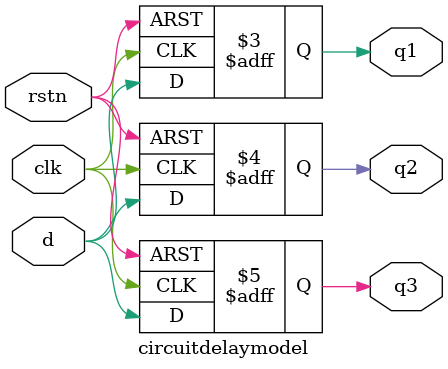
<source format=v>
`timescale 1 ns/1 ns


module circuitdelaymodel( d,clk,rstn,q1, q2, q3 );
	input   d;
	input   clk;
    input   rstn;
    output  q1, q2, q3;
	wire	d;
    reg		q1, q2, q3;
 
always@(posedge clk or negedge rstn)  //@當()內事件觸發, 往下跑流程 
begin		                       //內部指令超過1道,就要用begin / end包起來
	if(!rstn)begin                 //內部指令超過1道,就要用begin / end包起來
		q1 = 'b0;
		q2 = 'b0;
	    q3 = 'b0; 
		end 
	else begin                     //內部指令超過1道,就要用begin / end包起來
		q1 = #1  d;
		q2 = #23 d;
	#23	q3 = d;
		end
end

endmodule
	

</source>
